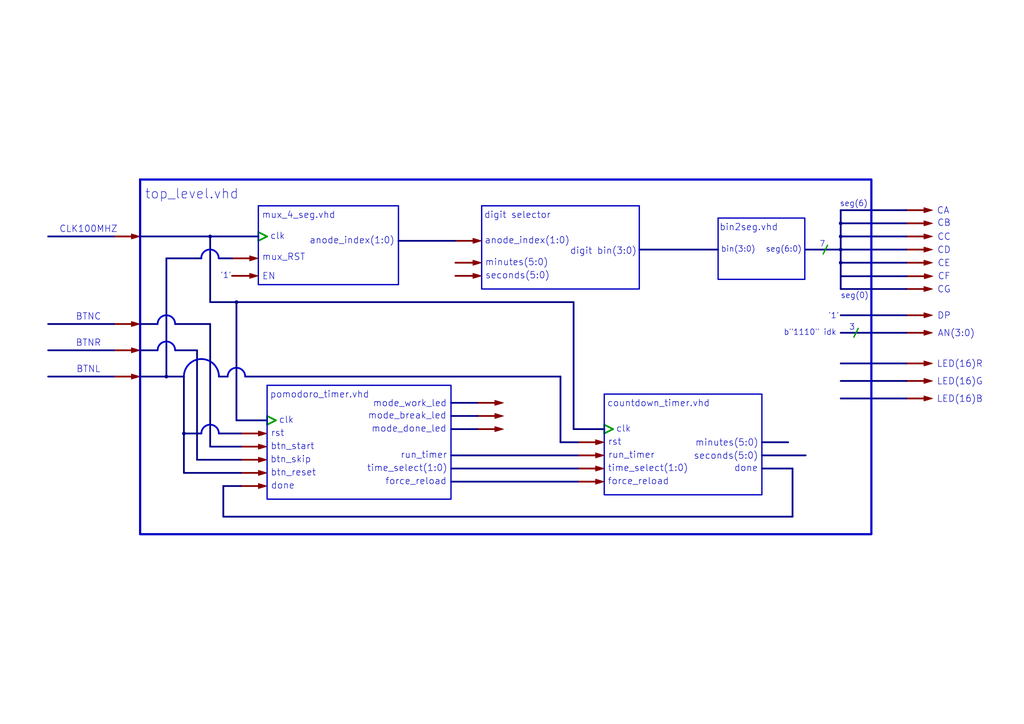
<source format=kicad_sch>
(kicad_sch
	(version 20231120)
	(generator "eeschema")
	(generator_version "8.0")
	(uuid "0a3848d2-e312-436f-9f14-8a6529105da5")
	(paper "A4")
	(lib_symbols
		(symbol "Graphic:SYM_Arrow_Large"
			(exclude_from_sim no)
			(in_bom no)
			(on_board no)
			(property "Reference" "#SYM"
				(at 0 2.286 0)
				(effects
					(font
						(size 1.27 1.27)
					)
					(hide yes)
				)
			)
			(property "Value" "SYM_Arrow_Large"
				(at 0 -2.032 0)
				(effects
					(font
						(size 1.27 1.27)
					)
					(hide yes)
				)
			)
			(property "Footprint" ""
				(at 0 0 0)
				(effects
					(font
						(size 1.27 1.27)
					)
					(hide yes)
				)
			)
			(property "Datasheet" "~"
				(at 0 0 0)
				(effects
					(font
						(size 1.27 1.27)
					)
					(hide yes)
				)
			)
			(property "Description" "Filled arrow, 300mil"
				(at 0 0 0)
				(effects
					(font
						(size 1.27 1.27)
					)
					(hide yes)
				)
			)
			(property "Sim.Enable" "0"
				(at 0 0 0)
				(effects
					(font
						(size 1.27 1.27)
					)
					(hide yes)
				)
			)
			(property "ki_keywords" "symbol arrow"
				(at 0 0 0)
				(effects
					(font
						(size 1.27 1.27)
					)
					(hide yes)
				)
			)
			(symbol "SYM_Arrow_Large_0_1"
				(polyline
					(pts
						(xy 2.54 0) (xy -3.81 0)
					)
					(stroke
						(width 0.508)
						(type default)
					)
					(fill
						(type none)
					)
				)
				(polyline
					(pts
						(xy 3.81 0) (xy 1.27 -0.762) (xy 1.27 0.762) (xy 3.81 0)
					)
					(stroke
						(width 0)
						(type default)
					)
					(fill
						(type outline)
					)
				)
			)
		)
	)
	(junction
		(at 243.84 64.77)
		(diameter 0)
		(color 0 0 0 0)
		(uuid "02a265d2-99b3-4706-9bea-ce83058e20a2")
	)
	(junction
		(at 243.84 72.39)
		(diameter 0)
		(color 0 0 0 0)
		(uuid "05e5ac25-a345-41a4-9ec4-c462e3e71dcf")
	)
	(junction
		(at 53.34 125.73)
		(diameter 0)
		(color 0 0 0 0)
		(uuid "0b2038b0-9d9a-41f5-b988-99f59a220e8a")
	)
	(junction
		(at 243.84 76.2)
		(diameter 0)
		(color 0 0 0 0)
		(uuid "485a388f-410f-43a0-958f-864d4ebcde29")
	)
	(junction
		(at 68.58 87.63)
		(diameter 0)
		(color 0 0 0 0)
		(uuid "9da6e5bf-30ff-47e9-99e6-e3d1c2929f2a")
	)
	(junction
		(at 243.84 68.58)
		(diameter 0)
		(color 0 0 0 0)
		(uuid "a39eb284-073f-41b4-ac06-5e2a1af77183")
	)
	(junction
		(at 48.26 109.22)
		(diameter 0)
		(color 0 0 0 0)
		(uuid "b9ee67b8-8a36-43e4-9310-936a5d036fab")
	)
	(junction
		(at 60.96 68.58)
		(diameter 0)
		(color 0 0 0 0)
		(uuid "d60ad3cc-48c6-4e3d-95d0-6dc43668984b")
	)
	(wire
		(pts
			(xy 74.93 67.31) (xy 74.93 69.85)
		)
		(stroke
			(width 0.508)
			(type default)
		)
		(uuid "04eadec4-5e37-46a0-bdb1-a3018a4031c2")
	)
	(bus
		(pts
			(xy 243.84 105.41) (xy 262.89 105.41)
		)
		(stroke
			(width 0.508)
			(type default)
		)
		(uuid "093307b4-ae19-48be-ae92-d9a1c8d7cd5b")
	)
	(bus
		(pts
			(xy 53.34 125.73) (xy 53.34 137.16)
		)
		(stroke
			(width 0.508)
			(type default)
		)
		(uuid "0a41e638-3550-47ca-951e-057199b425ed")
	)
	(bus
		(pts
			(xy 60.96 129.54) (xy 69.85 129.54)
		)
		(stroke
			(width 0.508)
			(type default)
		)
		(uuid "0c29f7ad-492b-4be1-bedf-587d9a331d2d")
	)
	(bus
		(pts
			(xy 13.97 93.98) (xy 33.02 93.98)
		)
		(stroke
			(width 0.508)
			(type default)
		)
		(uuid "0c82ddb7-39e9-42b9-9843-408a455be903")
	)
	(bus
		(pts
			(xy 243.84 64.77) (xy 243.84 68.58)
		)
		(stroke
			(width 0.508)
			(type default)
		)
		(uuid "0cadc3d0-a1f5-46ba-91fe-e4e5ec75cb2f")
	)
	(bus
		(pts
			(xy 243.84 76.2) (xy 262.89 76.2)
		)
		(stroke
			(width 0.508)
			(type default)
		)
		(uuid "0d10fd30-7b37-4164-9ec8-d72f7bef1ba2")
	)
	(bus
		(pts
			(xy 48.26 74.93) (xy 58.42 74.93)
		)
		(stroke
			(width 0.508)
			(type default)
		)
		(uuid "0d1f8476-180b-40a8-90af-eaa8be7d7bd0")
	)
	(bus
		(pts
			(xy 40.64 93.98) (xy 45.72 93.98)
		)
		(stroke
			(width 0.508)
			(type default)
		)
		(uuid "2070b6a7-c816-4b82-8e01-e77a31b9931c")
	)
	(bus
		(pts
			(xy 130.81 116.84) (xy 138.43 116.84)
		)
		(stroke
			(width 0.508)
			(type default)
		)
		(uuid "293efb40-c6cb-452c-b542-d70920fc32a1")
	)
	(bus
		(pts
			(xy 68.58 121.92) (xy 68.58 87.63)
		)
		(stroke
			(width 0.508)
			(type default)
		)
		(uuid "3a5d51a4-343c-4064-97ee-2420b4204670")
	)
	(bus
		(pts
			(xy 53.34 137.16) (xy 69.85 137.16)
		)
		(stroke
			(width 0.508)
			(type default)
		)
		(uuid "3dd7bb19-bf95-4787-9401-d8da56659f56")
	)
	(bus
		(pts
			(xy 40.64 68.58) (xy 60.96 68.58)
		)
		(stroke
			(width 0.508)
			(type default)
		)
		(uuid "3f15241b-69e2-43e0-b52a-d64e7a9292b4")
	)
	(bus
		(pts
			(xy 53.34 109.22) (xy 48.26 109.22)
		)
		(stroke
			(width 0.508)
			(type default)
		)
		(uuid "4685ed0e-8408-46fe-8c7b-f0af7f9838e2")
	)
	(wire
		(pts
			(xy 80.01 121.92) (xy 77.47 120.65)
		)
		(stroke
			(width 0.508)
			(type default)
		)
		(uuid "49fcd3be-ebaa-440b-8cab-73a37d39cb63")
	)
	(bus
		(pts
			(xy 130.81 124.46) (xy 138.43 124.46)
		)
		(stroke
			(width 0.508)
			(type default)
		)
		(uuid "5727771f-2206-4ccd-bc6e-be500a492314")
	)
	(bus
		(pts
			(xy 243.84 76.2) (xy 243.84 83.82)
		)
		(stroke
			(width 0.508)
			(type default)
		)
		(uuid "590f8637-fd88-486e-9527-1e38a933751f")
	)
	(bus
		(pts
			(xy 40.64 109.22) (xy 48.26 109.22)
		)
		(stroke
			(width 0.508)
			(type default)
		)
		(uuid "5b020787-55fb-48d8-a65a-df8cb84f6602")
	)
	(bus
		(pts
			(xy 50.8 93.98) (xy 60.96 93.98)
		)
		(stroke
			(width 0.508)
			(type default)
		)
		(uuid "61feaa02-e7ef-421e-a287-725149a76c6e")
	)
	(bus
		(pts
			(xy 229.87 135.89) (xy 229.87 149.86)
		)
		(stroke
			(width 0.508)
			(type default)
		)
		(uuid "660e556f-e46b-4d06-9cda-8efa3dcb1b4a")
	)
	(wire
		(pts
			(xy 175.26 125.73) (xy 177.8 124.46)
		)
		(stroke
			(width 0.508)
			(type default)
		)
		(uuid "69225897-cf4d-41d4-bdbb-eac886ba7127")
	)
	(bus
		(pts
			(xy 162.56 109.22) (xy 162.56 128.27)
		)
		(stroke
			(width 0.508)
			(type default)
		)
		(uuid "6b517285-d8d7-4558-87d4-e9ebc921a111")
	)
	(wire
		(pts
			(xy 77.47 68.58) (xy 74.93 67.31)
		)
		(stroke
			(width 0.508)
			(type default)
		)
		(uuid "6ba5ab72-0c0f-4313-b611-502acef08d4c")
	)
	(bus
		(pts
			(xy 220.98 128.27) (xy 228.6 128.27)
		)
		(stroke
			(width 0.508)
			(type default)
		)
		(uuid "6cbca083-5851-4345-8c4e-7238af7d17ad")
	)
	(bus
		(pts
			(xy 50.8 101.6) (xy 57.15 101.6)
		)
		(stroke
			(width 0.508)
			(type default)
		)
		(uuid "70221535-b355-4964-8419-043631ff99f1")
	)
	(bus
		(pts
			(xy 63.5 125.73) (xy 69.85 125.73)
		)
		(stroke
			(width 0.508)
			(type default)
		)
		(uuid "750c3c93-4ead-4f4b-a4ab-38ea265a1f20")
	)
	(bus
		(pts
			(xy 220.98 135.89) (xy 229.87 135.89)
		)
		(stroke
			(width 0.508)
			(type default)
		)
		(uuid "76b6f288-ddf9-432d-bb1f-b247321ca0f6")
	)
	(bus
		(pts
			(xy 243.84 72.39) (xy 262.89 72.39)
		)
		(stroke
			(width 0.508)
			(type default)
		)
		(uuid "7cde4fbb-fb6c-46ee-9cb6-8d8e4fb02982")
	)
	(bus
		(pts
			(xy 60.96 87.63) (xy 68.58 87.63)
		)
		(stroke
			(width 0.508)
			(type default)
		)
		(uuid "7e361242-fed0-48f4-a9ba-05380ec6965c")
	)
	(bus
		(pts
			(xy 68.58 121.92) (xy 77.47 121.92)
		)
		(stroke
			(width 0.508)
			(type default)
		)
		(uuid "7e95d505-2831-4252-a630-8b938d1d0df2")
	)
	(bus
		(pts
			(xy 130.81 132.08) (xy 167.64 132.08)
		)
		(stroke
			(width 0.508)
			(type default)
		)
		(uuid "7f47b98e-6ea8-4c63-bfe5-d2dac981a479")
	)
	(bus
		(pts
			(xy 130.81 139.7) (xy 167.64 139.7)
		)
		(stroke
			(width 0.508)
			(type default)
		)
		(uuid "7fa90434-ca52-4cd3-b690-ff549e53cb46")
	)
	(bus
		(pts
			(xy 166.37 124.46) (xy 175.26 124.46)
		)
		(stroke
			(width 0.508)
			(type default)
		)
		(uuid "83e7a9bd-dc97-4c89-badf-d832ec103d06")
	)
	(bus
		(pts
			(xy 64.77 140.97) (xy 69.85 140.97)
		)
		(stroke
			(width 0.508)
			(type default)
		)
		(uuid "860188e7-4f81-4369-b3b5-527a8ad0ae91")
	)
	(bus
		(pts
			(xy 60.96 68.58) (xy 74.93 68.58)
		)
		(stroke
			(width 0.508)
			(type default)
		)
		(uuid "8b8d8245-7d10-42e7-8f6c-4f248ace9b8a")
	)
	(bus
		(pts
			(xy 68.58 87.63) (xy 166.37 87.63)
		)
		(stroke
			(width 0.508)
			(type default)
		)
		(uuid "8f54f9d0-b18e-4a56-97cc-f94a27d06c8d")
	)
	(bus
		(pts
			(xy 185.42 72.39) (xy 208.28 72.39)
		)
		(stroke
			(width 0.508)
			(type default)
		)
		(uuid "911b1f2c-bfa2-4592-bd3d-5c448de4bf47")
	)
	(bus
		(pts
			(xy 48.26 74.93) (xy 48.26 109.22)
		)
		(stroke
			(width 0.508)
			(type default)
		)
		(uuid "91b3ef3b-690a-4885-bab6-1eea6101dd22")
	)
	(bus
		(pts
			(xy 66.04 109.22) (xy 63.5 109.22)
		)
		(stroke
			(width 0.508)
			(type default)
		)
		(uuid "9286722f-3f71-4300-9028-f2d9d2dbb548")
	)
	(bus
		(pts
			(xy 162.56 128.27) (xy 167.64 128.27)
		)
		(stroke
			(width 0.508)
			(type default)
		)
		(uuid "955cce42-888b-446e-b268-516acf11c24e")
	)
	(bus
		(pts
			(xy 243.84 60.96) (xy 262.89 60.96)
		)
		(stroke
			(width 0.508)
			(type default)
		)
		(uuid "956dc624-41a3-4b53-8960-34ef4a313e39")
	)
	(bus
		(pts
			(xy 53.34 109.22) (xy 53.34 125.73)
		)
		(stroke
			(width 0.508)
			(type default)
		)
		(uuid "97bf1f5d-cd90-496b-b177-ba17147dc868")
	)
	(bus
		(pts
			(xy 13.97 68.58) (xy 33.02 68.58)
		)
		(stroke
			(width 0.508)
			(type default)
		)
		(uuid "99302e8c-294a-4e13-ab6d-e5432e55c472")
	)
	(bus
		(pts
			(xy 64.77 140.97) (xy 64.77 149.86)
		)
		(stroke
			(width 0.508)
			(type default)
		)
		(uuid "9aa9cd3f-d85b-4481-a4e3-80f8c6d434f4")
	)
	(bus
		(pts
			(xy 57.15 133.35) (xy 57.15 101.6)
		)
		(stroke
			(width 0.508)
			(type default)
		)
		(uuid "9c7b5d88-10af-48d5-bdcd-f239a2ed8fcb")
	)
	(bus
		(pts
			(xy 243.84 68.58) (xy 262.89 68.58)
		)
		(stroke
			(width 0.508)
			(type default)
		)
		(uuid "9e3e822e-4fbe-422c-878d-d4d6239f11a2")
	)
	(bus
		(pts
			(xy 130.81 120.65) (xy 138.43 120.65)
		)
		(stroke
			(width 0.508)
			(type default)
		)
		(uuid "a1507f49-411a-4515-a0ec-b9ddd30a765f")
	)
	(wire
		(pts
			(xy 247.65 97.79) (xy 248.92 95.25)
		)
		(stroke
			(width 0.381)
			(type default)
		)
		(uuid "a33f9e14-36e1-4103-bc38-856219d55137")
	)
	(bus
		(pts
			(xy 57.15 133.35) (xy 69.85 133.35)
		)
		(stroke
			(width 0.508)
			(type default)
		)
		(uuid "a7f95a9f-37c8-4da5-8329-66b116fb4c13")
	)
	(bus
		(pts
			(xy 60.96 68.58) (xy 60.96 87.63)
		)
		(stroke
			(width 0.508)
			(type default)
		)
		(uuid "a907298b-8670-4878-998d-2ae8d3e74ce5")
	)
	(bus
		(pts
			(xy 243.84 68.58) (xy 243.84 72.39)
		)
		(stroke
			(width 0.508)
			(type default)
		)
		(uuid "adf862f4-cdb0-40f7-806d-29c776f9146f")
	)
	(bus
		(pts
			(xy 243.84 83.82) (xy 262.89 83.82)
		)
		(stroke
			(width 0.508)
			(type default)
		)
		(uuid "b4056b9e-a9eb-433b-b1af-1d013f510537")
	)
	(wire
		(pts
			(xy 74.93 69.85) (xy 77.47 68.58)
		)
		(stroke
			(width 0.508)
			(type default)
		)
		(uuid "b57214f6-9945-4fe4-9789-0ee0f1e2aeb0")
	)
	(bus
		(pts
			(xy 63.5 74.93) (xy 67.31 74.93)
		)
		(stroke
			(width 0.508)
			(type default)
		)
		(uuid "b67762d1-3da0-489d-9880-df1c1ca049f7")
	)
	(bus
		(pts
			(xy 58.42 125.73) (xy 53.34 125.73)
		)
		(stroke
			(width 0.508)
			(type default)
		)
		(uuid "bf03474d-f117-4597-9072-632c1f7bb45c")
	)
	(bus
		(pts
			(xy 166.37 124.46) (xy 166.37 87.63)
		)
		(stroke
			(width 0.508)
			(type default)
		)
		(uuid "bfd51b3f-71cf-4edc-bb38-1ca435a387b9")
	)
	(bus
		(pts
			(xy 71.12 109.22) (xy 162.56 109.22)
		)
		(stroke
			(width 0.508)
			(type default)
		)
		(uuid "c863d805-e10d-430c-99c7-7e9e0cf8f069")
	)
	(bus
		(pts
			(xy 243.84 72.39) (xy 243.84 76.2)
		)
		(stroke
			(width 0.508)
			(type default)
		)
		(uuid "c9596298-f05c-4287-adf5-cc39a08195d4")
	)
	(bus
		(pts
			(xy 13.97 109.22) (xy 33.02 109.22)
		)
		(stroke
			(width 0.508)
			(type default)
		)
		(uuid "cc46aeb4-7642-4425-bf51-6e3d2511f72c")
	)
	(wire
		(pts
			(xy 77.47 123.19) (xy 80.01 121.92)
		)
		(stroke
			(width 0.508)
			(type default)
		)
		(uuid "cccf64fe-6ed0-4a2b-984a-75389fc06621")
	)
	(wire
		(pts
			(xy 175.26 123.19) (xy 175.26 125.73)
		)
		(stroke
			(width 0.508)
			(type default)
		)
		(uuid "d0291979-d891-4ec0-b0ca-3c9781583070")
	)
	(bus
		(pts
			(xy 13.97 101.6) (xy 33.02 101.6)
		)
		(stroke
			(width 0.508)
			(type default)
		)
		(uuid "d485ba6c-d1d7-40c9-94d0-0f56f824c695")
	)
	(wire
		(pts
			(xy 77.47 120.65) (xy 77.47 123.19)
		)
		(stroke
			(width 0.508)
			(type default)
		)
		(uuid "da2fa193-d5c3-49e4-b89a-fdb83f9d69d2")
	)
	(bus
		(pts
			(xy 243.84 96.52) (xy 262.89 96.52)
		)
		(stroke
			(width 0.508)
			(type default)
		)
		(uuid "dd920409-abd3-4b2b-8851-fd8510f99910")
	)
	(bus
		(pts
			(xy 243.84 64.77) (xy 262.89 64.77)
		)
		(stroke
			(width 0.508)
			(type default)
		)
		(uuid "e2d5ab2c-8443-41f7-9ec3-727d521e73bf")
	)
	(bus
		(pts
			(xy 60.96 93.98) (xy 60.96 129.54)
		)
		(stroke
			(width 0.508)
			(type default)
		)
		(uuid "e2f4be0b-2193-443e-a647-8400e28a56e2")
	)
	(bus
		(pts
			(xy 40.64 101.6) (xy 45.72 101.6)
		)
		(stroke
			(width 0.508)
			(type default)
		)
		(uuid "eaf408ef-42b2-42c7-b121-2006b75bd433")
	)
	(bus
		(pts
			(xy 243.9291 80.1194) (xy 262.9791 80.1194)
		)
		(stroke
			(width 0.508)
			(type default)
		)
		(uuid "ebe1eb8d-2249-4dee-a7e7-0d29dac3abe7")
	)
	(bus
		(pts
			(xy 243.84 115.57) (xy 262.89 115.57)
		)
		(stroke
			(width 0.508)
			(type default)
		)
		(uuid "ed767c84-d34d-48d2-9a08-15b3ae4b8cec")
	)
	(bus
		(pts
			(xy 243.84 110.49) (xy 262.89 110.49)
		)
		(stroke
			(width 0.508)
			(type default)
		)
		(uuid "f071c6b6-7f53-4e3b-99f0-b3a4a2c95099")
	)
	(wire
		(pts
			(xy 238.76 73.66) (xy 240.03 71.12)
		)
		(stroke
			(width 0.381)
			(type default)
		)
		(uuid "f2fbc4eb-51ca-434d-967b-0e178cdd1e74")
	)
	(bus
		(pts
			(xy 243.84 60.96) (xy 243.84 64.77)
		)
		(stroke
			(width 0.508)
			(type default)
		)
		(uuid "f52334a3-265d-44ae-a2f2-fabe60b64b6a")
	)
	(bus
		(pts
			(xy 233.68 72.39) (xy 243.84 72.39)
		)
		(stroke
			(width 0.508)
			(type default)
		)
		(uuid "f640985a-7081-44ce-b904-d52c4e79662f")
	)
	(bus
		(pts
			(xy 243.84 91.44) (xy 262.89 91.44)
		)
		(stroke
			(width 0.508)
			(type default)
		)
		(uuid "f919ad60-346f-41f9-bad4-e654dd0f53ac")
	)
	(bus
		(pts
			(xy 64.77 149.86) (xy 229.87 149.86)
		)
		(stroke
			(width 0.508)
			(type default)
		)
		(uuid "f974bb93-b109-4336-852d-3fea917bb08d")
	)
	(bus
		(pts
			(xy 115.57 69.85) (xy 132.08 69.85)
		)
		(stroke
			(width 0.508)
			(type default)
		)
		(uuid "fab2ee9f-24c6-4653-977a-9ea614824fa0")
	)
	(bus
		(pts
			(xy 220.98 132.08) (xy 233.68 132.08)
		)
		(stroke
			(width 0.508)
			(type default)
		)
		(uuid "fb93f428-c8d9-476d-b5c7-5e619a9e8b4e")
	)
	(wire
		(pts
			(xy 177.8 124.46) (xy 175.26 123.19)
		)
		(stroke
			(width 0.508)
			(type default)
		)
		(uuid "fbb4d0ca-647a-48ff-bd76-4aefe60f30f5")
	)
	(bus
		(pts
			(xy 130.81 135.89) (xy 167.64 135.89)
		)
		(stroke
			(width 0.508)
			(type default)
		)
		(uuid "fcc2db4c-275a-4efb-a68c-49a7daf64e3c")
	)
	(arc
		(start 60.9393 123.1796)
		(mid 62.7354 123.9235)
		(end 63.4793 125.7196)
		(stroke
			(width 0.508)
			(type default)
		)
		(fill
			(type none)
		)
		(uuid 00171c36-f97f-48d8-9336-b1f1c6220948)
	)
	(arc
		(start 58.3993 125.7196)
		(mid 59.1432 123.9235)
		(end 60.9393 123.1796)
		(stroke
			(width 0.508)
			(type default)
		)
		(fill
			(type none)
		)
		(uuid 163ae69a-fa3f-4030-9e56-43e610500783)
	)
	(rectangle
		(start 208.28 63.246)
		(end 233.426 81.026)
		(stroke
			(width 0.381)
			(type default)
		)
		(fill
			(type none)
		)
		(uuid 23f94350-8d91-4590-8287-10e32b37f380)
	)
	(arc
		(start 66.0393 109.2196)
		(mid 66.7833 107.4236)
		(end 68.5793 106.6796)
		(stroke
			(width 0.508)
			(type default)
		)
		(fill
			(type none)
		)
		(uuid 29622b00-a4e2-4469-83f7-2a77abad73c4)
	)
	(arc
		(start 58.42 104.14)
		(mid 62.0121 105.6279)
		(end 63.5 109.22)
		(stroke
			(width 0.508)
			(type default)
		)
		(fill
			(type none)
		)
		(uuid 2a65f95d-d3f1-4877-ab2e-4d288b73aa0a)
	)
	(arc
		(start 68.5793 106.6796)
		(mid 70.3759 107.4233)
		(end 71.1193 109.2196)
		(stroke
			(width 0.508)
			(type default)
		)
		(fill
			(type none)
		)
		(uuid 35258534-d81e-4800-be1c-2bfdb37a9e30)
	)
	(arc
		(start 60.9008 72.3746)
		(mid 62.6976 73.1185)
		(end 63.4408 74.9146)
		(stroke
			(width 0.508)
			(type default)
		)
		(fill
			(type none)
		)
		(uuid 3dfcaaf1-3e49-46e1-851b-68ee1c118a33)
	)
	(arc
		(start 45.72 93.98)
		(mid 46.4639 92.1839)
		(end 48.26 91.44)
		(stroke
			(width 0.508)
			(type default)
		)
		(fill
			(type none)
		)
		(uuid 3fdf1024-ca7f-4645-b06d-f2ea314fc257)
	)
	(arc
		(start 53.34 109.22)
		(mid 54.8279 105.6279)
		(end 58.42 104.14)
		(stroke
			(width 0.508)
			(type default)
		)
		(fill
			(type none)
		)
		(uuid 799d3473-6ab1-4f1b-b9f7-c74027b11745)
	)
	(rectangle
		(start 139.7 59.69)
		(end 185.42 83.82)
		(stroke
			(width 0.381)
			(type default)
		)
		(fill
			(type none)
		)
		(uuid 7d0b9e61-bf74-4eda-ab56-a575a0acc615)
	)
	(arc
		(start 58.3608 74.9146)
		(mid 59.1057 73.1203)
		(end 60.9008 72.3746)
		(stroke
			(width 0.508)
			(type default)
		)
		(fill
			(type none)
		)
		(uuid a5f4c232-4fa5-4666-9624-df6836bc5bcf)
	)
	(rectangle
		(start 74.93 59.69)
		(end 115.57 82.55)
		(stroke
			(width 0.381)
			(type default)
		)
		(fill
			(type none)
		)
		(uuid a9155f2b-022c-4d41-bc5f-95aeebb61832)
	)
	(rectangle
		(start 40.64 52.07)
		(end 252.73 154.94)
		(stroke
			(width 0.635)
			(type default)
		)
		(fill
			(type none)
		)
		(uuid d209fb74-7b19-41e4-8c99-c726034ce3fe)
	)
	(arc
		(start 45.72 101.6)
		(mid 46.4639 99.8039)
		(end 48.26 99.06)
		(stroke
			(width 0.508)
			(type default)
		)
		(fill
			(type none)
		)
		(uuid db188cb3-2aa7-423c-9ace-d4bc60882a2d)
	)
	(arc
		(start 48.26 99.06)
		(mid 50.0561 99.8039)
		(end 50.8 101.6)
		(stroke
			(width 0.508)
			(type default)
		)
		(fill
			(type none)
		)
		(uuid ee747ccc-a7ca-483e-a35b-b73f93bde32b)
	)
	(arc
		(start 48.26 91.44)
		(mid 50.0561 92.1839)
		(end 50.8 93.98)
		(stroke
			(width 0.508)
			(type default)
		)
		(fill
			(type none)
		)
		(uuid fae22c7a-1f03-4c0b-9f9a-ffc0e3d6523b)
	)
	(rectangle
		(start 77.47 111.76)
		(end 130.81 144.78)
		(stroke
			(width 0.381)
			(type default)
		)
		(fill
			(type none)
		)
		(uuid fdd0acee-f1b4-402b-ae14-a02ec79a55fd)
	)
	(rectangle
		(start 175.26 114.3)
		(end 220.98 143.51)
		(stroke
			(width 0.381)
			(type default)
		)
		(fill
			(type none)
		)
		(uuid ff9ed6ee-1537-4c5e-abf8-c919f8383aa7)
	)
	(text "seg(6:0)"
		(exclude_from_sim no)
		(at 227.33 72.39 0)
		(effects
			(font
				(size 1.651 1.651)
			)
		)
		(uuid "041adcae-3005-4faf-aca5-92208280921f")
	)
	(text "LED(16)G"
		(exclude_from_sim no)
		(at 278.384 110.744 0)
		(effects
			(font
				(size 1.905 1.905)
			)
		)
		(uuid "046cc81b-957b-49ef-bf55-5858d03d2641")
	)
	(text "done"
		(exclude_from_sim no)
		(at 216.408 135.89 0)
		(effects
			(font
				(size 1.905 1.905)
			)
		)
		(uuid "07bad86b-4cf4-4e15-8449-962022cad02f")
	)
	(text "done"
		(exclude_from_sim no)
		(at 82.042 140.97 0)
		(effects
			(font
				(size 1.905 1.905)
			)
		)
		(uuid "08843277-1770-40e3-9aeb-7df7d79469c0")
	)
	(text "CF"
		(exclude_from_sim no)
		(at 273.812 80.264 0)
		(effects
			(font
				(size 1.905 1.905)
			)
		)
		(uuid "0cf92d05-c8be-45bd-90be-8938a169389d")
	)
	(text "seconds(5:0)"
		(exclude_from_sim no)
		(at 210.566 132.334 0)
		(effects
			(font
				(size 1.905 1.905)
			)
		)
		(uuid "0d5fba81-136e-40df-a49f-a22a7307f784")
	)
	(text "LED(16)B"
		(exclude_from_sim no)
		(at 278.384 115.824 0)
		(effects
			(font
				(size 1.905 1.905)
			)
		)
		(uuid "0e480fd6-a0be-4a1f-8796-023459cebe97")
	)
	(text "BTNR"
		(exclude_from_sim no)
		(at 25.654 99.568 0)
		(effects
			(font
				(size 1.905 1.905)
			)
		)
		(uuid "108a1ecb-4e1e-409c-84ca-2d717f60852b")
	)
	(text "BTNL"
		(exclude_from_sim no)
		(at 25.654 107.188 0)
		(effects
			(font
				(size 1.905 1.905)
			)
		)
		(uuid "140c8844-a863-41ff-9180-54df6dea9b4d")
	)
	(text "mode_work_led"
		(exclude_from_sim no)
		(at 118.872 117.094 0)
		(effects
			(font
				(size 1.905 1.905)
			)
		)
		(uuid "142986d9-3bb0-4f62-8dd1-68941729cf4e")
	)
	(text "btn_skip"
		(exclude_from_sim no)
		(at 84.328 133.35 0)
		(effects
			(font
				(size 1.905 1.905)
			)
		)
		(uuid "149b90c8-24c7-4e01-a6cb-041f27c3bd06")
	)
	(text "countdown_timer.vhd"
		(exclude_from_sim no)
		(at 191.008 117.094 0)
		(effects
			(font
				(size 1.905 1.905)
			)
		)
		(uuid "1cd0852a-e49a-4a4c-b8c0-d3ff61b8d2ad")
	)
	(text "run_timer"
		(exclude_from_sim no)
		(at 122.936 132.08 0)
		(effects
			(font
				(size 1.905 1.905)
			)
		)
		(uuid "2f7328ce-b0f0-4d23-924b-c6a069099477")
	)
	(text "time_select(1:0)"
		(exclude_from_sim no)
		(at 118.11 135.89 0)
		(effects
			(font
				(size 1.905 1.905)
			)
		)
		(uuid "2f7655f5-ba0e-4672-889e-86a2b6868014")
	)
	(text "seg(6)"
		(exclude_from_sim no)
		(at 247.65 59.182 0)
		(effects
			(font
				(size 1.651 1.651)
			)
		)
		(uuid "3766d5ff-c501-4b4d-a419-35bbed69c1cd")
	)
	(text "7"
		(exclude_from_sim no)
		(at 238.506 70.866 0)
		(effects
			(font
				(size 1.651 1.651)
			)
		)
		(uuid "41ecb114-8a49-4994-9b33-37eb5549f24e")
	)
	(text "CLK100MHZ\n"
		(exclude_from_sim no)
		(at 25.654 66.548 0)
		(effects
			(font
				(size 1.905 1.905)
			)
		)
		(uuid "48b01039-51da-4997-bb9c-b8cc7c0ace62")
	)
	(text "force_reload"
		(exclude_from_sim no)
		(at 185.166 139.7 0)
		(effects
			(font
				(size 1.905 1.905)
			)
		)
		(uuid "4aeb569d-b6a3-4b76-8f85-d19a40059978")
	)
	(text "rst"
		(exclude_from_sim no)
		(at 178.308 128.27 0)
		(effects
			(font
				(size 1.905 1.905)
			)
		)
		(uuid "4f228529-7eb6-4f39-a064-8db954d11dfa")
	)
	(text "CC"
		(exclude_from_sim no)
		(at 273.812 68.834 0)
		(effects
			(font
				(size 1.905 1.905)
			)
		)
		(uuid "55e34a5c-9c70-428e-8e35-9334338e4556")
	)
	(text "DP"
		(exclude_from_sim no)
		(at 273.812 91.694 0)
		(effects
			(font
				(size 1.905 1.905)
			)
		)
		(uuid "577fbb9d-2ea6-4d10-ba2a-2e71f84c8d92")
	)
	(text "time_select(1:0)"
		(exclude_from_sim no)
		(at 187.96 135.89 0)
		(effects
			(font
				(size 1.905 1.905)
			)
		)
		(uuid "5bf08072-af8f-4d6a-bfe3-1cc703854f22")
	)
	(text "seg(0)"
		(exclude_from_sim no)
		(at 247.904 85.852 0)
		(effects
			(font
				(size 1.651 1.651)
			)
		)
		(uuid "5e44a2fb-07d3-4d18-9f0c-0dbaf088a9a5")
	)
	(text "mode_break_led"
		(exclude_from_sim no)
		(at 118.11 120.65 0)
		(effects
			(font
				(size 1.905 1.905)
			)
		)
		(uuid "5f809fa9-1313-4c5c-818f-fedc9ab8d15d")
	)
	(text "run_timer"
		(exclude_from_sim no)
		(at 183.134 132.08 0)
		(effects
			(font
				(size 1.905 1.905)
			)
		)
		(uuid "5fcb884b-2249-4c0a-bd44-b0f8fc39f2fe")
	)
	(text "minutes(5:0)"
		(exclude_from_sim no)
		(at 210.82 128.524 0)
		(effects
			(font
				(size 1.905 1.905)
			)
		)
		(uuid "6905750e-2334-4b9a-b6b2-88ba097197d2")
	)
	(text "mux_4_seg.vhd"
		(exclude_from_sim no)
		(at 86.614 62.484 0)
		(effects
			(font
				(size 1.905 1.905)
			)
		)
		(uuid "6e17e125-c795-4a7f-9a47-ae92442bf521")
	)
	(text "'1'"
		(exclude_from_sim no)
		(at 65.532 80.01 0)
		(effects
			(font
				(size 1.651 1.651)
			)
		)
		(uuid "708f9ea2-b858-484f-9caf-0a148dbb9f00")
	)
	(text "b\"1110\" idk"
		(exclude_from_sim no)
		(at 234.95 96.52 0)
		(effects
			(font
				(size 1.651 1.651)
			)
		)
		(uuid "711d98c0-4b22-46d7-8522-d44c7bb3c1ec")
	)
	(text "pomodoro_timer.vhd"
		(exclude_from_sim no)
		(at 92.71 114.554 0)
		(effects
			(font
				(size 1.905 1.905)
			)
		)
		(uuid "728ec3c1-1dd8-45b4-8682-e074f3f0ae9e")
	)
	(text "'1'"
		(exclude_from_sim no)
		(at 241.808 91.694 0)
		(effects
			(font
				(size 1.651 1.651)
			)
		)
		(uuid "747ef6ff-a87f-4ab1-939c-213e81d2424d")
	)
	(text "LED(16)R"
		(exclude_from_sim no)
		(at 278.384 105.664 0)
		(effects
			(font
				(size 1.905 1.905)
			)
		)
		(uuid "7bd3243f-44b7-40d0-863a-050486a46459")
	)
	(text "digit bin(3:0)"
		(exclude_from_sim no)
		(at 175.006 72.898 0)
		(effects
			(font
				(size 1.905 1.905)
			)
		)
		(uuid "7e3aee96-44d9-4023-8a2f-a8c15867b011")
	)
	(text "CA"
		(exclude_from_sim no)
		(at 273.558 61.214 0)
		(effects
			(font
				(size 1.905 1.905)
			)
		)
		(uuid "80e5cefe-ac7f-48df-82fc-2eafe23a6c23")
	)
	(text "clk"
		(exclude_from_sim no)
		(at 180.848 124.46 0)
		(effects
			(font
				(size 1.905 1.905)
			)
		)
		(uuid "81df14b6-7b71-4b56-9be0-d3f4be5a784c")
	)
	(text "seconds(5:0)"
		(exclude_from_sim no)
		(at 150.114 80.01 0)
		(effects
			(font
				(size 1.905 1.905)
			)
		)
		(uuid "83c8fb5b-3da6-40d5-8957-950e3a9a4b72")
	)
	(text "AN(3:0)"
		(exclude_from_sim no)
		(at 277.368 96.774 0)
		(effects
			(font
				(size 1.905 1.905)
			)
		)
		(uuid "84506578-4a63-4e7f-946f-b7d2273e48a5")
	)
	(text "btn_start"
		(exclude_from_sim no)
		(at 84.836 129.54 0)
		(effects
			(font
				(size 1.905 1.905)
			)
		)
		(uuid "87a3ffb0-6ce5-46f2-befe-55a1a8948a92")
	)
	(text "digit selector"
		(exclude_from_sim no)
		(at 150.114 62.484 0)
		(effects
			(font
				(size 1.905 1.905)
			)
		)
		(uuid "8fed5df7-fd9b-4e87-a253-5b7e264229f3")
	)
	(text "top_level.vhd"
		(exclude_from_sim no)
		(at 55.626 56.388 0)
		(effects
			(font
				(size 2.794 2.794)
			)
		)
		(uuid "955c3a31-ea7e-4d86-a59f-f7c31bdb844c")
	)
	(text "clk"
		(exclude_from_sim no)
		(at 80.518 68.58 0)
		(effects
			(font
				(size 1.905 1.905)
			)
		)
		(uuid "a25ba623-6295-4275-b689-81ad083a9d48")
	)
	(text "CG"
		(exclude_from_sim no)
		(at 273.812 84.074 0)
		(effects
			(font
				(size 1.905 1.905)
			)
		)
		(uuid "ac7235bf-4bcc-427e-aaa2-022212766716")
	)
	(text "BTNC"
		(exclude_from_sim no)
		(at 25.654 91.948 0)
		(effects
			(font
				(size 1.905 1.905)
			)
		)
		(uuid "ad22a70b-dd7a-49de-aefd-94d473cca3f9")
	)
	(text "CB"
		(exclude_from_sim no)
		(at 273.812 64.77 0)
		(effects
			(font
				(size 1.905 1.905)
			)
		)
		(uuid "b1bd13c3-60e4-4a4f-b94b-365f7dabfe09")
	)
	(text "clk"
		(exclude_from_sim no)
		(at 83.058 121.92 0)
		(effects
			(font
				(size 1.905 1.905)
			)
		)
		(uuid "bc67aacf-d72a-46ad-9e2e-b14ba04b5c3d")
	)
	(text "minutes(5:0)"
		(exclude_from_sim no)
		(at 149.86 76.2 0)
		(effects
			(font
				(size 1.905 1.905)
			)
		)
		(uuid "c2542144-9dbb-4e4f-957b-45e8d17b170a")
	)
	(text "mux_RST"
		(exclude_from_sim no)
		(at 82.296 74.676 0)
		(effects
			(font
				(size 1.905 1.905)
			)
		)
		(uuid "c7979748-087f-4102-bfa0-198acd42147c")
	)
	(text "anode_index(1:0)"
		(exclude_from_sim no)
		(at 152.908 69.85 0)
		(effects
			(font
				(size 1.905 1.905)
			)
		)
		(uuid "cf374153-5772-416d-bf83-ddcb1972745f")
	)
	(text "CE"
		(exclude_from_sim no)
		(at 273.812 76.454 0)
		(effects
			(font
				(size 1.905 1.905)
			)
		)
		(uuid "d133078c-7732-46e8-9300-6417000ae62b")
	)
	(text "CD"
		(exclude_from_sim no)
		(at 273.812 72.644 0)
		(effects
			(font
				(size 1.905 1.905)
			)
		)
		(uuid "d87403c9-caad-4043-b2a0-c1e9fe2b71eb")
	)
	(text "btn_reset"
		(exclude_from_sim no)
		(at 85.09 137.16 0)
		(effects
			(font
				(size 1.905 1.905)
			)
		)
		(uuid "dbc59c95-319f-4b53-87f2-51fa84f0707b")
	)
	(text "bin(3:0)"
		(exclude_from_sim no)
		(at 214.122 72.39 0)
		(effects
			(font
				(size 1.651 1.651)
			)
		)
		(uuid "e85ba0ea-7a07-44ca-902f-3e9ac7703e5c")
	)
	(text "EN"
		(exclude_from_sim no)
		(at 77.978 80.264 0)
		(effects
			(font
				(size 1.905 1.905)
			)
		)
		(uuid "e90a1d48-5ccf-4ab7-a8fc-6f68d88f762c")
	)
	(text "bin2seg.vhd"
		(exclude_from_sim no)
		(at 217.17 66.04 0)
		(effects
			(font
				(size 1.905 1.905)
			)
		)
		(uuid "ed24735b-8ce6-48b7-8d36-9fe9ef922ed8")
	)
	(text "mode_done_led"
		(exclude_from_sim no)
		(at 118.618 124.46 0)
		(effects
			(font
				(size 1.905 1.905)
			)
		)
		(uuid "f42c96b1-bce2-464a-b437-323e4ad82aac")
	)
	(text "3"
		(exclude_from_sim no)
		(at 247.142 94.996 0)
		(effects
			(font
				(size 1.651 1.651)
			)
		)
		(uuid "f53fef4c-29a0-4417-924f-b30f215b5ff1")
	)
	(text "force_reload"
		(exclude_from_sim no)
		(at 120.65 139.7 0)
		(effects
			(font
				(size 1.905 1.905)
			)
		)
		(uuid "f7e5044c-854a-49e6-b084-fb00ce9ec1aa")
	)
	(text "rst"
		(exclude_from_sim no)
		(at 80.518 125.73 0)
		(effects
			(font
				(size 1.905 1.905)
			)
		)
		(uuid "f8dbc668-1542-47c3-833e-311a933f9ed1")
	)
	(text "anode_index(1:0)"
		(exclude_from_sim no)
		(at 102.108 69.85 0)
		(effects
			(font
				(size 1.905 1.905)
			)
		)
		(uuid "fac3d725-1d21-4dda-a95d-dcb85aa11196")
	)
	(symbol
		(lib_id "Graphic:SYM_Arrow_Large")
		(at 266.7 83.82 0)
		(unit 1)
		(exclude_from_sim yes)
		(in_bom no)
		(on_board no)
		(dnp no)
		(fields_autoplaced yes)
		(uuid "06d4cf51-976b-4687-bbe6-ad9f1bb2ab00")
		(property "Reference" "#SYM23"
			(at 266.7 81.534 0)
			(effects
				(font
					(size 1.27 1.27)
				)
				(hide yes)
			)
		)
		(property "Value" "SYM_Arrow_Large"
			(at 266.7 85.852 0)
			(effects
				(font
					(size 1.27 1.27)
				)
				(hide yes)
			)
		)
		(property "Footprint" ""
			(at 266.7 83.82 0)
			(effects
				(font
					(size 1.27 1.27)
				)
				(hide yes)
			)
		)
		(property "Datasheet" "~"
			(at 266.7 83.82 0)
			(effects
				(font
					(size 1.27 1.27)
				)
				(hide yes)
			)
		)
		(property "Description" "Filled arrow, 300mil"
			(at 266.7 83.82 0)
			(effects
				(font
					(size 1.27 1.27)
				)
				(hide yes)
			)
		)
		(instances
			(project "top_level"
				(path "/0a3848d2-e312-436f-9f14-8a6529105da5"
					(reference "#SYM23")
					(unit 1)
				)
			)
		)
	)
	(symbol
		(lib_id "Graphic:SYM_Arrow_Large")
		(at 142.24 120.65 0)
		(unit 1)
		(exclude_from_sim yes)
		(in_bom no)
		(on_board no)
		(dnp no)
		(fields_autoplaced yes)
		(uuid "083623c4-10d1-4d92-a9dc-fc70734de6ca")
		(property "Reference" "#SYM12"
			(at 142.24 118.364 0)
			(effects
				(font
					(size 1.27 1.27)
				)
				(hide yes)
			)
		)
		(property "Value" "SYM_Arrow_Large"
			(at 142.24 122.682 0)
			(effects
				(font
					(size 1.27 1.27)
				)
				(hide yes)
			)
		)
		(property "Footprint" ""
			(at 142.24 120.65 0)
			(effects
				(font
					(size 1.27 1.27)
				)
				(hide yes)
			)
		)
		(property "Datasheet" "~"
			(at 142.24 120.65 0)
			(effects
				(font
					(size 1.27 1.27)
				)
				(hide yes)
			)
		)
		(property "Description" "Filled arrow, 300mil"
			(at 142.24 120.65 0)
			(effects
				(font
					(size 1.27 1.27)
				)
				(hide yes)
			)
		)
		(instances
			(project "top_level"
				(path "/0a3848d2-e312-436f-9f14-8a6529105da5"
					(reference "#SYM12")
					(unit 1)
				)
			)
		)
	)
	(symbol
		(lib_id "Graphic:SYM_Arrow_Large")
		(at 73.66 125.73 0)
		(unit 1)
		(exclude_from_sim yes)
		(in_bom no)
		(on_board no)
		(dnp no)
		(fields_autoplaced yes)
		(uuid "0fa102ac-aaa0-4eb6-8bb3-f593bfc357cf")
		(property "Reference" "#SYM6"
			(at 73.66 123.444 0)
			(effects
				(font
					(size 1.27 1.27)
				)
				(hide yes)
			)
		)
		(property "Value" "SYM_Arrow_Large"
			(at 73.66 127.762 0)
			(effects
				(font
					(size 1.27 1.27)
				)
				(hide yes)
			)
		)
		(property "Footprint" ""
			(at 73.66 125.73 0)
			(effects
				(font
					(size 1.27 1.27)
				)
				(hide yes)
			)
		)
		(property "Datasheet" "~"
			(at 73.66 125.73 0)
			(effects
				(font
					(size 1.27 1.27)
				)
				(hide yes)
			)
		)
		(property "Description" "Filled arrow, 300mil"
			(at 73.66 125.73 0)
			(effects
				(font
					(size 1.27 1.27)
				)
				(hide yes)
			)
		)
		(instances
			(project "top_level"
				(path "/0a3848d2-e312-436f-9f14-8a6529105da5"
					(reference "#SYM6")
					(unit 1)
				)
			)
		)
	)
	(symbol
		(lib_id "Graphic:SYM_Arrow_Large")
		(at 266.7 91.44 0)
		(unit 1)
		(exclude_from_sim yes)
		(in_bom no)
		(on_board no)
		(dnp no)
		(fields_autoplaced yes)
		(uuid "1262721c-3c9d-44ec-910d-2ad7dc387623")
		(property "Reference" "#SYM24"
			(at 266.7 89.154 0)
			(effects
				(font
					(size 1.27 1.27)
				)
				(hide yes)
			)
		)
		(property "Value" "SYM_Arrow_Large"
			(at 266.7 93.472 0)
			(effects
				(font
					(size 1.27 1.27)
				)
				(hide yes)
			)
		)
		(property "Footprint" ""
			(at 266.7 91.44 0)
			(effects
				(font
					(size 1.27 1.27)
				)
				(hide yes)
			)
		)
		(property "Datasheet" "~"
			(at 266.7 91.44 0)
			(effects
				(font
					(size 1.27 1.27)
				)
				(hide yes)
			)
		)
		(property "Description" "Filled arrow, 300mil"
			(at 266.7 91.44 0)
			(effects
				(font
					(size 1.27 1.27)
				)
				(hide yes)
			)
		)
		(instances
			(project "top_level"
				(path "/0a3848d2-e312-436f-9f14-8a6529105da5"
					(reference "#SYM24")
					(unit 1)
				)
			)
		)
	)
	(symbol
		(lib_id "Graphic:SYM_Arrow_Large")
		(at 171.45 139.7 0)
		(unit 1)
		(exclude_from_sim yes)
		(in_bom no)
		(on_board no)
		(dnp no)
		(fields_autoplaced yes)
		(uuid "19c10da8-50f0-4089-8645-02e43a56dd9f")
		(property "Reference" "#SYM31"
			(at 171.45 137.414 0)
			(effects
				(font
					(size 1.27 1.27)
				)
				(hide yes)
			)
		)
		(property "Value" "SYM_Arrow_Large"
			(at 171.45 141.732 0)
			(effects
				(font
					(size 1.27 1.27)
				)
				(hide yes)
			)
		)
		(property "Footprint" ""
			(at 171.45 139.7 0)
			(effects
				(font
					(size 1.27 1.27)
				)
				(hide yes)
			)
		)
		(property "Datasheet" "~"
			(at 171.45 139.7 0)
			(effects
				(font
					(size 1.27 1.27)
				)
				(hide yes)
			)
		)
		(property "Description" "Filled arrow, 300mil"
			(at 171.45 139.7 0)
			(effects
				(font
					(size 1.27 1.27)
				)
				(hide yes)
			)
		)
		(instances
			(project "top_level"
				(path "/0a3848d2-e312-436f-9f14-8a6529105da5"
					(reference "#SYM31")
					(unit 1)
				)
			)
		)
	)
	(symbol
		(lib_id "Graphic:SYM_Arrow_Large")
		(at 36.83 93.98 0)
		(unit 1)
		(exclude_from_sim yes)
		(in_bom no)
		(on_board no)
		(dnp no)
		(fields_autoplaced yes)
		(uuid "2488934d-4e14-4ce5-9b40-cdf60a7cdd99")
		(property "Reference" "#SYM2"
			(at 36.83 91.694 0)
			(effects
				(font
					(size 1.27 1.27)
				)
				(hide yes)
			)
		)
		(property "Value" "SYM_Arrow_Large"
			(at 36.83 96.012 0)
			(effects
				(font
					(size 1.27 1.27)
				)
				(hide yes)
			)
		)
		(property "Footprint" ""
			(at 36.83 93.98 0)
			(effects
				(font
					(size 1.27 1.27)
				)
				(hide yes)
			)
		)
		(property "Datasheet" "~"
			(at 36.83 93.98 0)
			(effects
				(font
					(size 1.27 1.27)
				)
				(hide yes)
			)
		)
		(property "Description" "Filled arrow, 300mil"
			(at 36.83 93.98 0)
			(effects
				(font
					(size 1.27 1.27)
				)
				(hide yes)
			)
		)
		(instances
			(project "top_level"
				(path "/0a3848d2-e312-436f-9f14-8a6529105da5"
					(reference "#SYM2")
					(unit 1)
				)
			)
		)
	)
	(symbol
		(lib_id "Graphic:SYM_Arrow_Large")
		(at 266.7 72.39 0)
		(unit 1)
		(exclude_from_sim yes)
		(in_bom no)
		(on_board no)
		(dnp no)
		(fields_autoplaced yes)
		(uuid "29c6cc40-cc66-4d18-80ac-07669b5c6b04")
		(property "Reference" "#SYM21"
			(at 266.7 70.104 0)
			(effects
				(font
					(size 1.27 1.27)
				)
				(hide yes)
			)
		)
		(property "Value" "SYM_Arrow_Large"
			(at 266.7 74.422 0)
			(effects
				(font
					(size 1.27 1.27)
				)
				(hide yes)
			)
		)
		(property "Footprint" ""
			(at 266.7 72.39 0)
			(effects
				(font
					(size 1.27 1.27)
				)
				(hide yes)
			)
		)
		(property "Datasheet" "~"
			(at 266.7 72.39 0)
			(effects
				(font
					(size 1.27 1.27)
				)
				(hide yes)
			)
		)
		(property "Description" "Filled arrow, 300mil"
			(at 266.7 72.39 0)
			(effects
				(font
					(size 1.27 1.27)
				)
				(hide yes)
			)
		)
		(instances
			(project "top_level"
				(path "/0a3848d2-e312-436f-9f14-8a6529105da5"
					(reference "#SYM21")
					(unit 1)
				)
			)
		)
	)
	(symbol
		(lib_id "Graphic:SYM_Arrow_Large")
		(at 71.12 80.01 0)
		(unit 1)
		(exclude_from_sim yes)
		(in_bom no)
		(on_board no)
		(dnp no)
		(fields_autoplaced yes)
		(uuid "31f72aa7-4b5a-45ff-b828-6c7eb740f5b4")
		(property "Reference" "#SYM32"
			(at 71.12 77.724 0)
			(effects
				(font
					(size 1.27 1.27)
				)
				(hide yes)
			)
		)
		(property "Value" "SYM_Arrow_Large"
			(at 71.12 82.042 0)
			(effects
				(font
					(size 1.27 1.27)
				)
				(hide yes)
			)
		)
		(property "Footprint" ""
			(at 71.12 80.01 0)
			(effects
				(font
					(size 1.27 1.27)
				)
				(hide yes)
			)
		)
		(property "Datasheet" "~"
			(at 71.12 80.01 0)
			(effects
				(font
					(size 1.27 1.27)
				)
				(hide yes)
			)
		)
		(property "Description" "Filled arrow, 300mil"
			(at 71.12 80.01 0)
			(effects
				(font
					(size 1.27 1.27)
				)
				(hide yes)
			)
		)
		(instances
			(project "top_level"
				(path "/0a3848d2-e312-436f-9f14-8a6529105da5"
					(reference "#SYM32")
					(unit 1)
				)
			)
		)
	)
	(symbol
		(lib_id "Graphic:SYM_Arrow_Large")
		(at 73.66 137.16 0)
		(unit 1)
		(exclude_from_sim yes)
		(in_bom no)
		(on_board no)
		(dnp no)
		(fields_autoplaced yes)
		(uuid "363bba1c-765a-450a-90e4-be9ebfc94ac4")
		(property "Reference" "#SYM9"
			(at 73.66 134.874 0)
			(effects
				(font
					(size 1.27 1.27)
				)
				(hide yes)
			)
		)
		(property "Value" "SYM_Arrow_Large"
			(at 73.66 139.192 0)
			(effects
				(font
					(size 1.27 1.27)
				)
				(hide yes)
			)
		)
		(property "Footprint" ""
			(at 73.66 137.16 0)
			(effects
				(font
					(size 1.27 1.27)
				)
				(hide yes)
			)
		)
		(property "Datasheet" "~"
			(at 73.66 137.16 0)
			(effects
				(font
					(size 1.27 1.27)
				)
				(hide yes)
			)
		)
		(property "Description" "Filled arrow, 300mil"
			(at 73.66 137.16 0)
			(effects
				(font
					(size 1.27 1.27)
				)
				(hide yes)
			)
		)
		(instances
			(project "top_level"
				(path "/0a3848d2-e312-436f-9f14-8a6529105da5"
					(reference "#SYM9")
					(unit 1)
				)
			)
		)
	)
	(symbol
		(lib_id "Graphic:SYM_Arrow_Large")
		(at 36.83 68.58 0)
		(unit 1)
		(exclude_from_sim yes)
		(in_bom no)
		(on_board no)
		(dnp no)
		(fields_autoplaced yes)
		(uuid "51a23878-7833-45cd-95b0-f4a541be5a71")
		(property "Reference" "#SYM1"
			(at 36.83 66.294 0)
			(effects
				(font
					(size 1.27 1.27)
				)
				(hide yes)
			)
		)
		(property "Value" "SYM_Arrow_Large"
			(at 36.83 70.612 0)
			(effects
				(font
					(size 1.27 1.27)
				)
				(hide yes)
			)
		)
		(property "Footprint" ""
			(at 36.83 68.58 0)
			(effects
				(font
					(size 1.27 1.27)
				)
				(hide yes)
			)
		)
		(property "Datasheet" "~"
			(at 36.83 68.58 0)
			(effects
				(font
					(size 1.27 1.27)
				)
				(hide yes)
			)
		)
		(property "Description" "Filled arrow, 300mil"
			(at 36.83 68.58 0)
			(effects
				(font
					(size 1.27 1.27)
				)
				(hide yes)
			)
		)
		(instances
			(project "top_level"
				(path "/0a3848d2-e312-436f-9f14-8a6529105da5"
					(reference "#SYM1")
					(unit 1)
				)
			)
		)
	)
	(symbol
		(lib_id "Graphic:SYM_Arrow_Large")
		(at 266.7 110.49 0)
		(unit 1)
		(exclude_from_sim yes)
		(in_bom no)
		(on_board no)
		(dnp no)
		(fields_autoplaced yes)
		(uuid "60848461-53b1-4bae-8e41-cf4a6bf232b4")
		(property "Reference" "#SYM27"
			(at 266.7 108.204 0)
			(effects
				(font
					(size 1.27 1.27)
				)
				(hide yes)
			)
		)
		(property "Value" "SYM_Arrow_Large"
			(at 266.7 112.522 0)
			(effects
				(font
					(size 1.27 1.27)
				)
				(hide yes)
			)
		)
		(property "Footprint" ""
			(at 266.7 110.49 0)
			(effects
				(font
					(size 1.27 1.27)
				)
				(hide yes)
			)
		)
		(property "Datasheet" "~"
			(at 266.7 110.49 0)
			(effects
				(font
					(size 1.27 1.27)
				)
				(hide yes)
			)
		)
		(property "Description" "Filled arrow, 300mil"
			(at 266.7 110.49 0)
			(effects
				(font
					(size 1.27 1.27)
				)
				(hide yes)
			)
		)
		(instances
			(project "top_level"
				(path "/0a3848d2-e312-436f-9f14-8a6529105da5"
					(reference "#SYM27")
					(unit 1)
				)
			)
		)
	)
	(symbol
		(lib_id "Graphic:SYM_Arrow_Large")
		(at 266.7 105.41 0)
		(unit 1)
		(exclude_from_sim yes)
		(in_bom no)
		(on_board no)
		(dnp no)
		(fields_autoplaced yes)
		(uuid "6c308d57-194f-4858-91e5-352b389abd09")
		(property "Reference" "#SYM26"
			(at 266.7 103.124 0)
			(effects
				(font
					(size 1.27 1.27)
				)
				(hide yes)
			)
		)
		(property "Value" "SYM_Arrow_Large"
			(at 266.7 107.442 0)
			(effects
				(font
					(size 1.27 1.27)
				)
				(hide yes)
			)
		)
		(property "Footprint" ""
			(at 266.7 105.41 0)
			(effects
				(font
					(size 1.27 1.27)
				)
				(hide yes)
			)
		)
		(property "Datasheet" "~"
			(at 266.7 105.41 0)
			(effects
				(font
					(size 1.27 1.27)
				)
				(hide yes)
			)
		)
		(property "Description" "Filled arrow, 300mil"
			(at 266.7 105.41 0)
			(effects
				(font
					(size 1.27 1.27)
				)
				(hide yes)
			)
		)
		(instances
			(project "top_level"
				(path "/0a3848d2-e312-436f-9f14-8a6529105da5"
					(reference "#SYM26")
					(unit 1)
				)
			)
		)
	)
	(symbol
		(lib_id "Graphic:SYM_Arrow_Large")
		(at 266.7 64.77 0)
		(unit 1)
		(exclude_from_sim yes)
		(in_bom no)
		(on_board no)
		(dnp no)
		(fields_autoplaced yes)
		(uuid "73219865-4122-4cf7-8042-a55683fcff80")
		(property "Reference" "#SYM19"
			(at 266.7 62.484 0)
			(effects
				(font
					(size 1.27 1.27)
				)
				(hide yes)
			)
		)
		(property "Value" "SYM_Arrow_Large"
			(at 266.7 66.802 0)
			(effects
				(font
					(size 1.27 1.27)
				)
				(hide yes)
			)
		)
		(property "Footprint" ""
			(at 266.7 64.77 0)
			(effects
				(font
					(size 1.27 1.27)
				)
				(hide yes)
			)
		)
		(property "Datasheet" "~"
			(at 266.7 64.77 0)
			(effects
				(font
					(size 1.27 1.27)
				)
				(hide yes)
			)
		)
		(property "Description" "Filled arrow, 300mil"
			(at 266.7 64.77 0)
			(effects
				(font
					(size 1.27 1.27)
				)
				(hide yes)
			)
		)
		(instances
			(project "top_level"
				(path "/0a3848d2-e312-436f-9f14-8a6529105da5"
					(reference "#SYM19")
					(unit 1)
				)
			)
		)
	)
	(symbol
		(lib_id "Graphic:SYM_Arrow_Large")
		(at 135.89 76.2 0)
		(unit 1)
		(exclude_from_sim yes)
		(in_bom no)
		(on_board no)
		(dnp no)
		(fields_autoplaced yes)
		(uuid "752929cd-8153-4bb8-a7fe-03ee887441b7")
		(property "Reference" "#SYM17"
			(at 135.89 73.914 0)
			(effects
				(font
					(size 1.27 1.27)
				)
				(hide yes)
			)
		)
		(property "Value" "SYM_Arrow_Large"
			(at 135.89 78.232 0)
			(effects
				(font
					(size 1.27 1.27)
				)
				(hide yes)
			)
		)
		(property "Footprint" ""
			(at 135.89 76.2 0)
			(effects
				(font
					(size 1.27 1.27)
				)
				(hide yes)
			)
		)
		(property "Datasheet" "~"
			(at 135.89 76.2 0)
			(effects
				(font
					(size 1.27 1.27)
				)
				(hide yes)
			)
		)
		(property "Description" "Filled arrow, 300mil"
			(at 135.89 76.2 0)
			(effects
				(font
					(size 1.27 1.27)
				)
				(hide yes)
			)
		)
		(instances
			(project "top_level"
				(path "/0a3848d2-e312-436f-9f14-8a6529105da5"
					(reference "#SYM17")
					(unit 1)
				)
			)
		)
	)
	(symbol
		(lib_id "Graphic:SYM_Arrow_Large")
		(at 171.45 128.27 0)
		(unit 1)
		(exclude_from_sim yes)
		(in_bom no)
		(on_board no)
		(dnp no)
		(fields_autoplaced yes)
		(uuid "795a1478-172a-4ba3-b510-2515d9db2518")
		(property "Reference" "#SYM14"
			(at 171.45 125.984 0)
			(effects
				(font
					(size 1.27 1.27)
				)
				(hide yes)
			)
		)
		(property "Value" "SYM_Arrow_Large"
			(at 171.45 130.302 0)
			(effects
				(font
					(size 1.27 1.27)
				)
				(hide yes)
			)
		)
		(property "Footprint" ""
			(at 171.45 128.27 0)
			(effects
				(font
					(size 1.27 1.27)
				)
				(hide yes)
			)
		)
		(property "Datasheet" "~"
			(at 171.45 128.27 0)
			(effects
				(font
					(size 1.27 1.27)
				)
				(hide yes)
			)
		)
		(property "Description" "Filled arrow, 300mil"
			(at 171.45 128.27 0)
			(effects
				(font
					(size 1.27 1.27)
				)
				(hide yes)
			)
		)
		(instances
			(project "top_level"
				(path "/0a3848d2-e312-436f-9f14-8a6529105da5"
					(reference "#SYM14")
					(unit 1)
				)
			)
		)
	)
	(symbol
		(lib_id "Graphic:SYM_Arrow_Large")
		(at 142.24 116.84 0)
		(unit 1)
		(exclude_from_sim yes)
		(in_bom no)
		(on_board no)
		(dnp no)
		(fields_autoplaced yes)
		(uuid "7bd94baa-cdee-4991-b8c7-075583ebd2d4")
		(property "Reference" "#SYM11"
			(at 142.24 114.554 0)
			(effects
				(font
					(size 1.27 1.27)
				)
				(hide yes)
			)
		)
		(property "Value" "SYM_Arrow_Large"
			(at 142.24 118.872 0)
			(effects
				(font
					(size 1.27 1.27)
				)
				(hide yes)
			)
		)
		(property "Footprint" ""
			(at 142.24 116.84 0)
			(effects
				(font
					(size 1.27 1.27)
				)
				(hide yes)
			)
		)
		(property "Datasheet" "~"
			(at 142.24 116.84 0)
			(effects
				(font
					(size 1.27 1.27)
				)
				(hide yes)
			)
		)
		(property "Description" "Filled arrow, 300mil"
			(at 142.24 116.84 0)
			(effects
				(font
					(size 1.27 1.27)
				)
				(hide yes)
			)
		)
		(instances
			(project "top_level"
				(path "/0a3848d2-e312-436f-9f14-8a6529105da5"
					(reference "#SYM11")
					(unit 1)
				)
			)
		)
	)
	(symbol
		(lib_id "Graphic:SYM_Arrow_Large")
		(at 73.66 140.97 0)
		(unit 1)
		(exclude_from_sim yes)
		(in_bom no)
		(on_board no)
		(dnp no)
		(fields_autoplaced yes)
		(uuid "7de59aa6-e74a-4767-999a-fa98c5f6e658")
		(property "Reference" "#SYM10"
			(at 73.66 138.684 0)
			(effects
				(font
					(size 1.27 1.27)
				)
				(hide yes)
			)
		)
		(property "Value" "SYM_Arrow_Large"
			(at 73.66 143.002 0)
			(effects
				(font
					(size 1.27 1.27)
				)
				(hide yes)
			)
		)
		(property "Footprint" ""
			(at 73.66 140.97 0)
			(effects
				(font
					(size 1.27 1.27)
				)
				(hide yes)
			)
		)
		(property "Datasheet" "~"
			(at 73.66 140.97 0)
			(effects
				(font
					(size 1.27 1.27)
				)
				(hide yes)
			)
		)
		(property "Description" "Filled arrow, 300mil"
			(at 73.66 140.97 0)
			(effects
				(font
					(size 1.27 1.27)
				)
				(hide yes)
			)
		)
		(instances
			(project "top_level"
				(path "/0a3848d2-e312-436f-9f14-8a6529105da5"
					(reference "#SYM10")
					(unit 1)
				)
			)
		)
	)
	(symbol
		(lib_id "Graphic:SYM_Arrow_Large")
		(at 135.89 69.85 0)
		(unit 1)
		(exclude_from_sim yes)
		(in_bom no)
		(on_board no)
		(dnp no)
		(fields_autoplaced yes)
		(uuid "8254d198-1278-4b65-ba86-b64766b68314")
		(property "Reference" "#SYM16"
			(at 135.89 67.564 0)
			(effects
				(font
					(size 1.27 1.27)
				)
				(hide yes)
			)
		)
		(property "Value" "SYM_Arrow_Large"
			(at 135.89 71.882 0)
			(effects
				(font
					(size 1.27 1.27)
				)
				(hide yes)
			)
		)
		(property "Footprint" ""
			(at 135.89 69.85 0)
			(effects
				(font
					(size 1.27 1.27)
				)
				(hide yes)
			)
		)
		(property "Datasheet" "~"
			(at 135.89 69.85 0)
			(effects
				(font
					(size 1.27 1.27)
				)
				(hide yes)
			)
		)
		(property "Description" "Filled arrow, 300mil"
			(at 135.89 69.85 0)
			(effects
				(font
					(size 1.27 1.27)
				)
				(hide yes)
			)
		)
		(instances
			(project "top_level"
				(path "/0a3848d2-e312-436f-9f14-8a6529105da5"
					(reference "#SYM16")
					(unit 1)
				)
			)
		)
	)
	(symbol
		(lib_id "Graphic:SYM_Arrow_Large")
		(at 36.83 101.6 0)
		(unit 1)
		(exclude_from_sim yes)
		(in_bom no)
		(on_board no)
		(dnp no)
		(fields_autoplaced yes)
		(uuid "8d324fa0-470b-4a8b-9f71-4ec33dc14582")
		(property "Reference" "#SYM3"
			(at 36.83 99.314 0)
			(effects
				(font
					(size 1.27 1.27)
				)
				(hide yes)
			)
		)
		(property "Value" "SYM_Arrow_Large"
			(at 36.83 103.632 0)
			(effects
				(font
					(size 1.27 1.27)
				)
				(hide yes)
			)
		)
		(property "Footprint" ""
			(at 36.83 101.6 0)
			(effects
				(font
					(size 1.27 1.27)
				)
				(hide yes)
			)
		)
		(property "Datasheet" "~"
			(at 36.83 101.6 0)
			(effects
				(font
					(size 1.27 1.27)
				)
				(hide yes)
			)
		)
		(property "Description" "Filled arrow, 300mil"
			(at 36.83 101.6 0)
			(effects
				(font
					(size 1.27 1.27)
				)
				(hide yes)
			)
		)
		(instances
			(project "top_level"
				(path "/0a3848d2-e312-436f-9f14-8a6529105da5"
					(reference "#SYM3")
					(unit 1)
				)
			)
		)
	)
	(symbol
		(lib_id "Graphic:SYM_Arrow_Large")
		(at 135.89 80.01 0)
		(unit 1)
		(exclude_from_sim yes)
		(in_bom no)
		(on_board no)
		(dnp no)
		(fields_autoplaced yes)
		(uuid "8d5fb5c3-edee-4774-b3b3-c3fa10815dc6")
		(property "Reference" "#SYM35"
			(at 135.89 77.724 0)
			(effects
				(font
					(size 1.27 1.27)
				)
				(hide yes)
			)
		)
		(property "Value" "SYM_Arrow_Large"
			(at 135.89 82.042 0)
			(effects
				(font
					(size 1.27 1.27)
				)
				(hide yes)
			)
		)
		(property "Footprint" ""
			(at 135.89 80.01 0)
			(effects
				(font
					(size 1.27 1.27)
				)
				(hide yes)
			)
		)
		(property "Datasheet" "~"
			(at 135.89 80.01 0)
			(effects
				(font
					(size 1.27 1.27)
				)
				(hide yes)
			)
		)
		(property "Description" "Filled arrow, 300mil"
			(at 135.89 80.01 0)
			(effects
				(font
					(size 1.27 1.27)
				)
				(hide yes)
			)
		)
		(instances
			(project "top_level"
				(path "/0a3848d2-e312-436f-9f14-8a6529105da5"
					(reference "#SYM35")
					(unit 1)
				)
			)
		)
	)
	(symbol
		(lib_id "Graphic:SYM_Arrow_Large")
		(at 171.45 132.08 0)
		(unit 1)
		(exclude_from_sim yes)
		(in_bom no)
		(on_board no)
		(dnp no)
		(fields_autoplaced yes)
		(uuid "9f27fdc8-b5d1-4ae0-9016-d305b27f39e8")
		(property "Reference" "#SYM15"
			(at 171.45 129.794 0)
			(effects
				(font
					(size 1.27 1.27)
				)
				(hide yes)
			)
		)
		(property "Value" "SYM_Arrow_Large"
			(at 171.45 134.112 0)
			(effects
				(font
					(size 1.27 1.27)
				)
				(hide yes)
			)
		)
		(property "Footprint" ""
			(at 171.45 132.08 0)
			(effects
				(font
					(size 1.27 1.27)
				)
				(hide yes)
			)
		)
		(property "Datasheet" "~"
			(at 171.45 132.08 0)
			(effects
				(font
					(size 1.27 1.27)
				)
				(hide yes)
			)
		)
		(property "Description" "Filled arrow, 300mil"
			(at 171.45 132.08 0)
			(effects
				(font
					(size 1.27 1.27)
				)
				(hide yes)
			)
		)
		(instances
			(project "top_level"
				(path "/0a3848d2-e312-436f-9f14-8a6529105da5"
					(reference "#SYM15")
					(unit 1)
				)
			)
		)
	)
	(symbol
		(lib_id "Graphic:SYM_Arrow_Large")
		(at 266.7 96.52 0)
		(unit 1)
		(exclude_from_sim yes)
		(in_bom no)
		(on_board no)
		(dnp no)
		(fields_autoplaced yes)
		(uuid "a3e6ed7b-2454-44ba-99dc-08f7f6894455")
		(property "Reference" "#SYM25"
			(at 266.7 94.234 0)
			(effects
				(font
					(size 1.27 1.27)
				)
				(hide yes)
			)
		)
		(property "Value" "SYM_Arrow_Large"
			(at 266.7 98.552 0)
			(effects
				(font
					(size 1.27 1.27)
				)
				(hide yes)
			)
		)
		(property "Footprint" ""
			(at 266.7 96.52 0)
			(effects
				(font
					(size 1.27 1.27)
				)
				(hide yes)
			)
		)
		(property "Datasheet" "~"
			(at 266.7 96.52 0)
			(effects
				(font
					(size 1.27 1.27)
				)
				(hide yes)
			)
		)
		(property "Description" "Filled arrow, 300mil"
			(at 266.7 96.52 0)
			(effects
				(font
					(size 1.27 1.27)
				)
				(hide yes)
			)
		)
		(instances
			(project "top_level"
				(path "/0a3848d2-e312-436f-9f14-8a6529105da5"
					(reference "#SYM25")
					(unit 1)
				)
			)
		)
	)
	(symbol
		(lib_id "Graphic:SYM_Arrow_Large")
		(at 71.12 74.93 0)
		(unit 1)
		(exclude_from_sim yes)
		(in_bom no)
		(on_board no)
		(dnp no)
		(fields_autoplaced yes)
		(uuid "ac7d3d7d-8fb2-4845-a9b1-d96f58ac91fd")
		(property "Reference" "#SYM5"
			(at 71.12 72.644 0)
			(effects
				(font
					(size 1.27 1.27)
				)
				(hide yes)
			)
		)
		(property "Value" "SYM_Arrow_Large"
			(at 71.12 76.962 0)
			(effects
				(font
					(size 1.27 1.27)
				)
				(hide yes)
			)
		)
		(property "Footprint" ""
			(at 71.12 74.93 0)
			(effects
				(font
					(size 1.27 1.27)
				)
				(hide yes)
			)
		)
		(property "Datasheet" "~"
			(at 71.12 74.93 0)
			(effects
				(font
					(size 1.27 1.27)
				)
				(hide yes)
			)
		)
		(property "Description" "Filled arrow, 300mil"
			(at 71.12 74.93 0)
			(effects
				(font
					(size 1.27 1.27)
				)
				(hide yes)
			)
		)
		(instances
			(project "top_level"
				(path "/0a3848d2-e312-436f-9f14-8a6529105da5"
					(reference "#SYM5")
					(unit 1)
				)
			)
		)
	)
	(symbol
		(lib_id "Graphic:SYM_Arrow_Large")
		(at 36.83 109.22 0)
		(unit 1)
		(exclude_from_sim yes)
		(in_bom no)
		(on_board no)
		(dnp no)
		(fields_autoplaced yes)
		(uuid "be765312-91ec-4cb2-a666-c7e0c5d455f3")
		(property "Reference" "#SYM4"
			(at 36.83 106.934 0)
			(effects
				(font
					(size 1.27 1.27)
				)
				(hide yes)
			)
		)
		(property "Value" "SYM_Arrow_Large"
			(at 36.83 111.252 0)
			(effects
				(font
					(size 1.27 1.27)
				)
				(hide yes)
			)
		)
		(property "Footprint" ""
			(at 36.83 109.22 0)
			(effects
				(font
					(size 1.27 1.27)
				)
				(hide yes)
			)
		)
		(property "Datasheet" "~"
			(at 36.83 109.22 0)
			(effects
				(font
					(size 1.27 1.27)
				)
				(hide yes)
			)
		)
		(property "Description" "Filled arrow, 300mil"
			(at 36.83 109.22 0)
			(effects
				(font
					(size 1.27 1.27)
				)
				(hide yes)
			)
		)
		(instances
			(project "top_level"
				(path "/0a3848d2-e312-436f-9f14-8a6529105da5"
					(reference "#SYM4")
					(unit 1)
				)
			)
		)
	)
	(symbol
		(lib_id "Graphic:SYM_Arrow_Large")
		(at 266.7 115.57 0)
		(unit 1)
		(exclude_from_sim yes)
		(in_bom no)
		(on_board no)
		(dnp no)
		(fields_autoplaced yes)
		(uuid "c1461bd4-dd41-4659-abb1-e9a7c0ec6f1d")
		(property "Reference" "#SYM28"
			(at 266.7 113.284 0)
			(effects
				(font
					(size 1.27 1.27)
				)
				(hide yes)
			)
		)
		(property "Value" "SYM_Arrow_Large"
			(at 266.7 117.602 0)
			(effects
				(font
					(size 1.27 1.27)
				)
				(hide yes)
			)
		)
		(property "Footprint" ""
			(at 266.7 115.57 0)
			(effects
				(font
					(size 1.27 1.27)
				)
				(hide yes)
			)
		)
		(property "Datasheet" "~"
			(at 266.7 115.57 0)
			(effects
				(font
					(size 1.27 1.27)
				)
				(hide yes)
			)
		)
		(property "Description" "Filled arrow, 300mil"
			(at 266.7 115.57 0)
			(effects
				(font
					(size 1.27 1.27)
				)
				(hide yes)
			)
		)
		(instances
			(project "top_level"
				(path "/0a3848d2-e312-436f-9f14-8a6529105da5"
					(reference "#SYM28")
					(unit 1)
				)
			)
		)
	)
	(symbol
		(lib_id "Graphic:SYM_Arrow_Large")
		(at 171.45 135.89 0)
		(unit 1)
		(exclude_from_sim yes)
		(in_bom no)
		(on_board no)
		(dnp no)
		(fields_autoplaced yes)
		(uuid "ca55ffd9-2632-4871-9ad4-b4ee5a82f091")
		(property "Reference" "#SYM30"
			(at 171.45 133.604 0)
			(effects
				(font
					(size 1.27 1.27)
				)
				(hide yes)
			)
		)
		(property "Value" "SYM_Arrow_Large"
			(at 171.45 137.922 0)
			(effects
				(font
					(size 1.27 1.27)
				)
				(hide yes)
			)
		)
		(property "Footprint" ""
			(at 171.45 135.89 0)
			(effects
				(font
					(size 1.27 1.27)
				)
				(hide yes)
			)
		)
		(property "Datasheet" "~"
			(at 171.45 135.89 0)
			(effects
				(font
					(size 1.27 1.27)
				)
				(hide yes)
			)
		)
		(property "Description" "Filled arrow, 300mil"
			(at 171.45 135.89 0)
			(effects
				(font
					(size 1.27 1.27)
				)
				(hide yes)
			)
		)
		(instances
			(project "top_level"
				(path "/0a3848d2-e312-436f-9f14-8a6529105da5"
					(reference "#SYM30")
					(unit 1)
				)
			)
		)
	)
	(symbol
		(lib_id "Graphic:SYM_Arrow_Large")
		(at 142.24 124.46 0)
		(unit 1)
		(exclude_from_sim yes)
		(in_bom no)
		(on_board no)
		(dnp no)
		(fields_autoplaced yes)
		(uuid "d0d839cf-c120-4f57-ad40-12ed3fefd5cf")
		(property "Reference" "#SYM13"
			(at 142.24 122.174 0)
			(effects
				(font
					(size 1.27 1.27)
				)
				(hide yes)
			)
		)
		(property "Value" "SYM_Arrow_Large"
			(at 142.24 126.492 0)
			(effects
				(font
					(size 1.27 1.27)
				)
				(hide yes)
			)
		)
		(property "Footprint" ""
			(at 142.24 124.46 0)
			(effects
				(font
					(size 1.27 1.27)
				)
				(hide yes)
			)
		)
		(property "Datasheet" "~"
			(at 142.24 124.46 0)
			(effects
				(font
					(size 1.27 1.27)
				)
				(hide yes)
			)
		)
		(property "Description" "Filled arrow, 300mil"
			(at 142.24 124.46 0)
			(effects
				(font
					(size 1.27 1.27)
				)
				(hide yes)
			)
		)
		(instances
			(project "top_level"
				(path "/0a3848d2-e312-436f-9f14-8a6529105da5"
					(reference "#SYM13")
					(unit 1)
				)
			)
		)
	)
	(symbol
		(lib_id "Graphic:SYM_Arrow_Large")
		(at 266.7 60.96 0)
		(unit 1)
		(exclude_from_sim yes)
		(in_bom no)
		(on_board no)
		(dnp no)
		(fields_autoplaced yes)
		(uuid "d1e177a5-fe66-4687-b217-30886f2d4b0d")
		(property "Reference" "#SYM18"
			(at 266.7 58.674 0)
			(effects
				(font
					(size 1.27 1.27)
				)
				(hide yes)
			)
		)
		(property "Value" "SYM_Arrow_Large"
			(at 266.7 62.992 0)
			(effects
				(font
					(size 1.27 1.27)
				)
				(hide yes)
			)
		)
		(property "Footprint" ""
			(at 266.7 60.96 0)
			(effects
				(font
					(size 1.27 1.27)
				)
				(hide yes)
			)
		)
		(property "Datasheet" "~"
			(at 266.7 60.96 0)
			(effects
				(font
					(size 1.27 1.27)
				)
				(hide yes)
			)
		)
		(property "Description" "Filled arrow, 300mil"
			(at 266.7 60.96 0)
			(effects
				(font
					(size 1.27 1.27)
				)
				(hide yes)
			)
		)
		(instances
			(project "top_level"
				(path "/0a3848d2-e312-436f-9f14-8a6529105da5"
					(reference "#SYM18")
					(unit 1)
				)
			)
		)
	)
	(symbol
		(lib_id "Graphic:SYM_Arrow_Large")
		(at 266.7 76.2 0)
		(unit 1)
		(exclude_from_sim yes)
		(in_bom no)
		(on_board no)
		(dnp no)
		(fields_autoplaced yes)
		(uuid "df4b12f6-654d-484a-88e4-6b3d1ee91cf1")
		(property "Reference" "#SYM22"
			(at 266.7 73.914 0)
			(effects
				(font
					(size 1.27 1.27)
				)
				(hide yes)
			)
		)
		(property "Value" "SYM_Arrow_Large"
			(at 266.7 78.232 0)
			(effects
				(font
					(size 1.27 1.27)
				)
				(hide yes)
			)
		)
		(property "Footprint" ""
			(at 266.7 76.2 0)
			(effects
				(font
					(size 1.27 1.27)
				)
				(hide yes)
			)
		)
		(property "Datasheet" "~"
			(at 266.7 76.2 0)
			(effects
				(font
					(size 1.27 1.27)
				)
				(hide yes)
			)
		)
		(property "Description" "Filled arrow, 300mil"
			(at 266.7 76.2 0)
			(effects
				(font
					(size 1.27 1.27)
				)
				(hide yes)
			)
		)
		(instances
			(project "top_level"
				(path "/0a3848d2-e312-436f-9f14-8a6529105da5"
					(reference "#SYM22")
					(unit 1)
				)
			)
		)
	)
	(symbol
		(lib_id "Graphic:SYM_Arrow_Large")
		(at 73.66 129.54 0)
		(unit 1)
		(exclude_from_sim yes)
		(in_bom no)
		(on_board no)
		(dnp no)
		(fields_autoplaced yes)
		(uuid "e2ae58f0-7f42-4810-9a7c-a54d2a3e96f2")
		(property "Reference" "#SYM7"
			(at 73.66 127.254 0)
			(effects
				(font
					(size 1.27 1.27)
				)
				(hide yes)
			)
		)
		(property "Value" "SYM_Arrow_Large"
			(at 73.66 131.572 0)
			(effects
				(font
					(size 1.27 1.27)
				)
				(hide yes)
			)
		)
		(property "Footprint" ""
			(at 73.66 129.54 0)
			(effects
				(font
					(size 1.27 1.27)
				)
				(hide yes)
			)
		)
		(property "Datasheet" "~"
			(at 73.66 129.54 0)
			(effects
				(font
					(size 1.27 1.27)
				)
				(hide yes)
			)
		)
		(property "Description" "Filled arrow, 300mil"
			(at 73.66 129.54 0)
			(effects
				(font
					(size 1.27 1.27)
				)
				(hide yes)
			)
		)
		(instances
			(project "top_level"
				(path "/0a3848d2-e312-436f-9f14-8a6529105da5"
					(reference "#SYM7")
					(unit 1)
				)
			)
		)
	)
	(symbol
		(lib_id "Graphic:SYM_Arrow_Large")
		(at 266.7891 80.1194 0)
		(unit 1)
		(exclude_from_sim yes)
		(in_bom no)
		(on_board no)
		(dnp no)
		(fields_autoplaced yes)
		(uuid "e2bf32b2-c30e-47d7-ad65-1df8c994522c")
		(property "Reference" "#SYM29"
			(at 266.7891 77.8334 0)
			(effects
				(font
					(size 1.27 1.27)
				)
				(hide yes)
			)
		)
		(property "Value" "SYM_Arrow_Large"
			(at 266.7891 82.1514 0)
			(effects
				(font
					(size 1.27 1.27)
				)
				(hide yes)
			)
		)
		(property "Footprint" ""
			(at 266.7891 80.1194 0)
			(effects
				(font
					(size 1.27 1.27)
				)
				(hide yes)
			)
		)
		(property "Datasheet" "~"
			(at 266.7891 80.1194 0)
			(effects
				(font
					(size 1.27 1.27)
				)
				(hide yes)
			)
		)
		(property "Description" "Filled arrow, 300mil"
			(at 266.7891 80.1194 0)
			(effects
				(font
					(size 1.27 1.27)
				)
				(hide yes)
			)
		)
		(instances
			(project "top_level"
				(path "/0a3848d2-e312-436f-9f14-8a6529105da5"
					(reference "#SYM29")
					(unit 1)
				)
			)
		)
	)
	(symbol
		(lib_id "Graphic:SYM_Arrow_Large")
		(at 73.66 133.35 0)
		(unit 1)
		(exclude_from_sim yes)
		(in_bom no)
		(on_board no)
		(dnp no)
		(fields_autoplaced yes)
		(uuid "e6de97db-8c8e-450c-929f-eab9d09245b0")
		(property "Reference" "#SYM8"
			(at 73.66 131.064 0)
			(effects
				(font
					(size 1.27 1.27)
				)
				(hide yes)
			)
		)
		(property "Value" "SYM_Arrow_Large"
			(at 73.66 135.382 0)
			(effects
				(font
					(size 1.27 1.27)
				)
				(hide yes)
			)
		)
		(property "Footprint" ""
			(at 73.66 133.35 0)
			(effects
				(font
					(size 1.27 1.27)
				)
				(hide yes)
			)
		)
		(property "Datasheet" "~"
			(at 73.66 133.35 0)
			(effects
				(font
					(size 1.27 1.27)
				)
				(hide yes)
			)
		)
		(property "Description" "Filled arrow, 300mil"
			(at 73.66 133.35 0)
			(effects
				(font
					(size 1.27 1.27)
				)
				(hide yes)
			)
		)
		(instances
			(project "top_level"
				(path "/0a3848d2-e312-436f-9f14-8a6529105da5"
					(reference "#SYM8")
					(unit 1)
				)
			)
		)
	)
	(symbol
		(lib_id "Graphic:SYM_Arrow_Large")
		(at 266.7 68.58 0)
		(unit 1)
		(exclude_from_sim yes)
		(in_bom no)
		(on_board no)
		(dnp no)
		(fields_autoplaced yes)
		(uuid "f4315f63-12a3-4e5e-a09b-7fda52030f9f")
		(property "Reference" "#SYM20"
			(at 266.7 66.294 0)
			(effects
				(font
					(size 1.27 1.27)
				)
				(hide yes)
			)
		)
		(property "Value" "SYM_Arrow_Large"
			(at 266.7 70.612 0)
			(effects
				(font
					(size 1.27 1.27)
				)
				(hide yes)
			)
		)
		(property "Footprint" ""
			(at 266.7 68.58 0)
			(effects
				(font
					(size 1.27 1.27)
				)
				(hide yes)
			)
		)
		(property "Datasheet" "~"
			(at 266.7 68.58 0)
			(effects
				(font
					(size 1.27 1.27)
				)
				(hide yes)
			)
		)
		(property "Description" "Filled arrow, 300mil"
			(at 266.7 68.58 0)
			(effects
				(font
					(size 1.27 1.27)
				)
				(hide yes)
			)
		)
		(instances
			(project "top_level"
				(path "/0a3848d2-e312-436f-9f14-8a6529105da5"
					(reference "#SYM20")
					(unit 1)
				)
			)
		)
	)
	(sheet_instances
		(path "/"
			(page "1")
		)
	)
)

</source>
